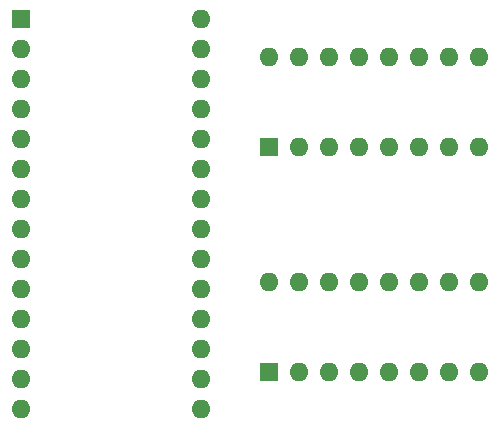
<source format=gbr>
%TF.GenerationSoftware,KiCad,Pcbnew,9.0.4*%
%TF.CreationDate,2025-12-25T18:25:57-05:00*%
%TF.ProjectId,DonkeyKongCPUPromReplacement,446f6e6b-6579-44b6-9f6e-674350555072,rev?*%
%TF.SameCoordinates,Original*%
%TF.FileFunction,Soldermask,Bot*%
%TF.FilePolarity,Negative*%
%FSLAX46Y46*%
G04 Gerber Fmt 4.6, Leading zero omitted, Abs format (unit mm)*
G04 Created by KiCad (PCBNEW 9.0.4) date 2025-12-25 18:25:57*
%MOMM*%
%LPD*%
G01*
G04 APERTURE LIST*
%ADD10R,1.600000X1.600000*%
%ADD11O,1.600000X1.600000*%
G04 APERTURE END LIST*
D10*
%TO.C,J1*%
X50000000Y-69000000D03*
D11*
X52540000Y-69000000D03*
X55080000Y-69000000D03*
X57620000Y-69000000D03*
X60160000Y-69000000D03*
X62700000Y-69000000D03*
X65240000Y-69000000D03*
X67780000Y-69000000D03*
X67780000Y-61380000D03*
X65240000Y-61380000D03*
X62700000Y-61380000D03*
X60160000Y-61380000D03*
X57620000Y-61380000D03*
X55080000Y-61380000D03*
X52540000Y-61380000D03*
X50000000Y-61380000D03*
%TD*%
D10*
%TO.C,U1*%
X29000000Y-39170000D03*
D11*
X29000000Y-41710000D03*
X29000000Y-44250000D03*
X29000000Y-46790000D03*
X29000000Y-49330000D03*
X29000000Y-51870000D03*
X29000000Y-54410000D03*
X29000000Y-56950000D03*
X29000000Y-59490000D03*
X29000000Y-62030000D03*
X29000000Y-64570000D03*
X29000000Y-67110000D03*
X29000000Y-69650000D03*
X29000000Y-72190000D03*
X44240000Y-72190000D03*
X44240000Y-69650000D03*
X44240000Y-67110000D03*
X44240000Y-64570000D03*
X44240000Y-62030000D03*
X44240000Y-59490000D03*
X44240000Y-56950000D03*
X44240000Y-54410000D03*
X44240000Y-51870000D03*
X44240000Y-49330000D03*
X44240000Y-46790000D03*
X44240000Y-44250000D03*
X44240000Y-41710000D03*
X44240000Y-39170000D03*
%TD*%
D10*
%TO.C,J2*%
X50000000Y-50000000D03*
D11*
X52540000Y-50000000D03*
X55080000Y-50000000D03*
X57620000Y-50000000D03*
X60160000Y-50000000D03*
X62700000Y-50000000D03*
X65240000Y-50000000D03*
X67780000Y-50000000D03*
X67780000Y-42380000D03*
X65240000Y-42380000D03*
X62700000Y-42380000D03*
X60160000Y-42380000D03*
X57620000Y-42380000D03*
X55080000Y-42380000D03*
X52540000Y-42380000D03*
X50000000Y-42380000D03*
%TD*%
M02*

</source>
